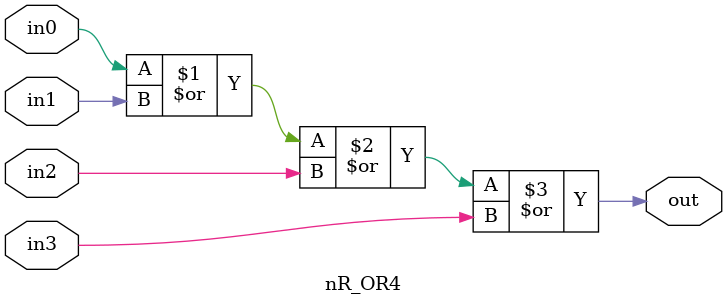
<source format=v>
module nR_FluxCtrl(branch,jump,out);
	input branch,jump;
	output out;
	assign out = branch | jump;
endmodule


//Modulo de NOT:
//Entradas: 	
//		in: entrada
//Saidas:	
//		out: saida
module nR_NOT(in,out);
	input in;
	output out;
	assign out = ~in;
endmodule


//Modulo de AND2:
//Entradas: 	
//		in0: entrada 0
//		in1: entrada 1
//Saidas:	
//		out: saida
module nR_AND2(in0,in1,out);
	input in0,in1;
	output out;
	assign out = in0&in1;
endmodule

//Modulo de AND4:
//Entradas: 	
//		in0: entrada 0
//		in1: entrada 1
//		in2: entrada 2
//		in3: entrada 3
//Saidas:	
//		out: saida
module nR_AND4(in0,in1,in2,in3,out);
	input in0,in1,in2,in3;
	output out;
	assign out = in0&in1&in2&in3;
endmodule

//Modulo de OR4:
//Entradas: 	
//		in0: entrada 0
//		in1: entrada 1
//		in2: entrada 2
//		in3: entrada 3
//Saidas:	
//		out: saida
module nR_OR4(in0,in1,in2,in3,out);
	input in0,in1,in2,in3;
	output out;
	assign out = in0|in1|in2|in3;
endmodule

</source>
